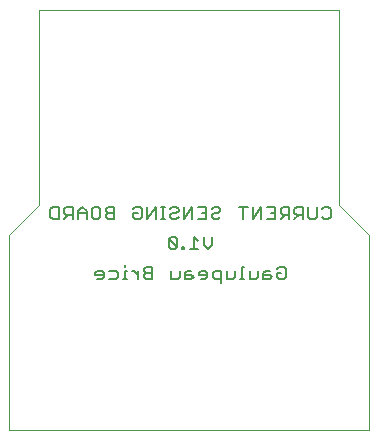
<source format=gbo>
G75*
%MOIN*%
%OFA0B0*%
%FSLAX24Y24*%
%IPPOS*%
%LPD*%
%AMOC8*
5,1,8,0,0,1.08239X$1,22.5*
%
%ADD10C,0.0000*%
%ADD11C,0.0080*%
D10*
X000160Y000660D02*
X000160Y007160D01*
X001160Y008160D01*
X001160Y014660D01*
X011160Y014660D01*
X011160Y008160D01*
X012160Y007160D01*
X012160Y000660D01*
X000160Y000660D01*
D11*
X003109Y005700D02*
X003249Y005700D01*
X003319Y005770D01*
X003319Y005910D01*
X003249Y005980D01*
X003109Y005980D01*
X003039Y005910D01*
X003039Y005840D01*
X003319Y005840D01*
X003499Y005700D02*
X003710Y005700D01*
X003780Y005770D01*
X003780Y005910D01*
X003710Y005980D01*
X003499Y005980D01*
X004017Y005980D02*
X004017Y005700D01*
X004087Y005700D02*
X003946Y005700D01*
X004017Y005980D02*
X004087Y005980D01*
X004017Y006120D02*
X004017Y006190D01*
X004260Y005980D02*
X004330Y005980D01*
X004470Y005840D01*
X004470Y005700D02*
X004470Y005980D01*
X004650Y005980D02*
X004720Y005910D01*
X004931Y005910D01*
X004931Y005700D02*
X004720Y005700D01*
X004650Y005770D01*
X004650Y005840D01*
X004720Y005910D01*
X004650Y005980D02*
X004650Y006050D01*
X004720Y006120D01*
X004931Y006120D01*
X004931Y005700D01*
X005571Y005700D02*
X005571Y005980D01*
X005571Y005700D02*
X005781Y005700D01*
X005851Y005770D01*
X005851Y005980D01*
X006032Y005910D02*
X006032Y005700D01*
X006242Y005700D01*
X006312Y005770D01*
X006242Y005840D01*
X006032Y005840D01*
X006032Y005910D02*
X006102Y005980D01*
X006242Y005980D01*
X006492Y005910D02*
X006492Y005840D01*
X006772Y005840D01*
X006772Y005770D02*
X006772Y005910D01*
X006702Y005980D01*
X006562Y005980D01*
X006492Y005910D01*
X006562Y005700D02*
X006702Y005700D01*
X006772Y005770D01*
X006952Y005770D02*
X007022Y005700D01*
X007233Y005700D01*
X007233Y005560D02*
X007233Y005980D01*
X007022Y005980D01*
X006952Y005910D01*
X006952Y005770D01*
X007413Y005700D02*
X007413Y005980D01*
X007413Y005700D02*
X007623Y005700D01*
X007693Y005770D01*
X007693Y005980D01*
X007930Y006120D02*
X007930Y005700D01*
X008000Y005700D02*
X007860Y005700D01*
X008180Y005700D02*
X008180Y005980D01*
X008000Y006120D02*
X007930Y006120D01*
X008180Y005700D02*
X008390Y005700D01*
X008460Y005770D01*
X008460Y005980D01*
X008640Y005910D02*
X008640Y005700D01*
X008851Y005700D01*
X008921Y005770D01*
X008851Y005840D01*
X008640Y005840D01*
X008640Y005910D02*
X008711Y005980D01*
X008851Y005980D01*
X009101Y005910D02*
X009101Y005770D01*
X009171Y005700D01*
X009311Y005700D01*
X009381Y005770D01*
X009381Y006050D01*
X009311Y006120D01*
X009171Y006120D01*
X009101Y006050D01*
X009101Y005910D02*
X009241Y005910D01*
X009216Y007700D02*
X009356Y007840D01*
X009286Y007840D02*
X009496Y007840D01*
X009496Y007700D02*
X009496Y008120D01*
X009286Y008120D01*
X009216Y008050D01*
X009216Y007910D01*
X009286Y007840D01*
X009036Y007910D02*
X008896Y007910D01*
X009036Y008120D02*
X009036Y007700D01*
X008756Y007700D01*
X008575Y007700D02*
X008575Y008120D01*
X008295Y007700D01*
X008295Y008120D01*
X008115Y008120D02*
X007835Y008120D01*
X007975Y008120D02*
X007975Y007700D01*
X007194Y007770D02*
X007124Y007700D01*
X006984Y007700D01*
X006914Y007770D01*
X006914Y007840D01*
X006984Y007910D01*
X007124Y007910D01*
X007194Y007980D01*
X007194Y008050D01*
X007124Y008120D01*
X006984Y008120D01*
X006914Y008050D01*
X006734Y008120D02*
X006734Y007700D01*
X006454Y007700D01*
X006273Y007700D02*
X006273Y008120D01*
X005993Y007700D01*
X005993Y008120D01*
X005813Y008050D02*
X005813Y007980D01*
X005743Y007910D01*
X005603Y007910D01*
X005533Y007840D01*
X005533Y007770D01*
X005603Y007700D01*
X005743Y007700D01*
X005813Y007770D01*
X005813Y008050D02*
X005743Y008120D01*
X005603Y008120D01*
X005533Y008050D01*
X005353Y008120D02*
X005213Y008120D01*
X005283Y008120D02*
X005283Y007700D01*
X005353Y007700D02*
X005213Y007700D01*
X005046Y007700D02*
X005046Y008120D01*
X004766Y007700D01*
X004766Y008120D01*
X004585Y008050D02*
X004585Y007770D01*
X004515Y007700D01*
X004375Y007700D01*
X004305Y007770D01*
X004305Y007910D01*
X004445Y007910D01*
X004305Y008050D02*
X004375Y008120D01*
X004515Y008120D01*
X004585Y008050D01*
X005565Y007120D02*
X005494Y007050D01*
X005775Y006770D01*
X005705Y006700D01*
X005565Y006700D01*
X005494Y006770D01*
X005494Y007050D01*
X005565Y007120D02*
X005705Y007120D01*
X005775Y007050D01*
X005775Y006770D01*
X005935Y006770D02*
X005935Y006700D01*
X006005Y006700D01*
X006005Y006770D01*
X005935Y006770D01*
X006185Y006700D02*
X006465Y006700D01*
X006325Y006700D02*
X006325Y007120D01*
X006465Y006980D01*
X006645Y006840D02*
X006645Y007120D01*
X006645Y006840D02*
X006786Y006700D01*
X006926Y006840D01*
X006926Y007120D01*
X006734Y007910D02*
X006594Y007910D01*
X006454Y008120D02*
X006734Y008120D01*
X008756Y008120D02*
X009036Y008120D01*
X009676Y008050D02*
X009676Y007910D01*
X009746Y007840D01*
X009957Y007840D01*
X009957Y007700D02*
X009957Y008120D01*
X009746Y008120D01*
X009676Y008050D01*
X009816Y007840D02*
X009676Y007700D01*
X010137Y007770D02*
X010207Y007700D01*
X010347Y007700D01*
X010417Y007770D01*
X010417Y008120D01*
X010597Y008050D02*
X010667Y008120D01*
X010807Y008120D01*
X010877Y008050D01*
X010877Y007770D01*
X010807Y007700D01*
X010667Y007700D01*
X010597Y007770D01*
X010137Y007770D02*
X010137Y008120D01*
X003665Y008120D02*
X003665Y007700D01*
X003454Y007700D01*
X003384Y007770D01*
X003384Y007840D01*
X003454Y007910D01*
X003665Y007910D01*
X003665Y008120D02*
X003454Y008120D01*
X003384Y008050D01*
X003384Y007980D01*
X003454Y007910D01*
X003204Y007770D02*
X003134Y007700D01*
X002994Y007700D01*
X002924Y007770D01*
X002924Y008050D01*
X002994Y008120D01*
X003134Y008120D01*
X003204Y008050D01*
X003204Y007770D01*
X002744Y007700D02*
X002744Y007980D01*
X002604Y008120D01*
X002464Y007980D01*
X002464Y007700D01*
X002283Y007700D02*
X002283Y008120D01*
X002073Y008120D01*
X002003Y008050D01*
X002003Y007910D01*
X002073Y007840D01*
X002283Y007840D01*
X002143Y007840D02*
X002003Y007700D01*
X001823Y007700D02*
X001613Y007700D01*
X001543Y007770D01*
X001543Y008050D01*
X001613Y008120D01*
X001823Y008120D01*
X001823Y007700D01*
X002464Y007910D02*
X002744Y007910D01*
M02*

</source>
